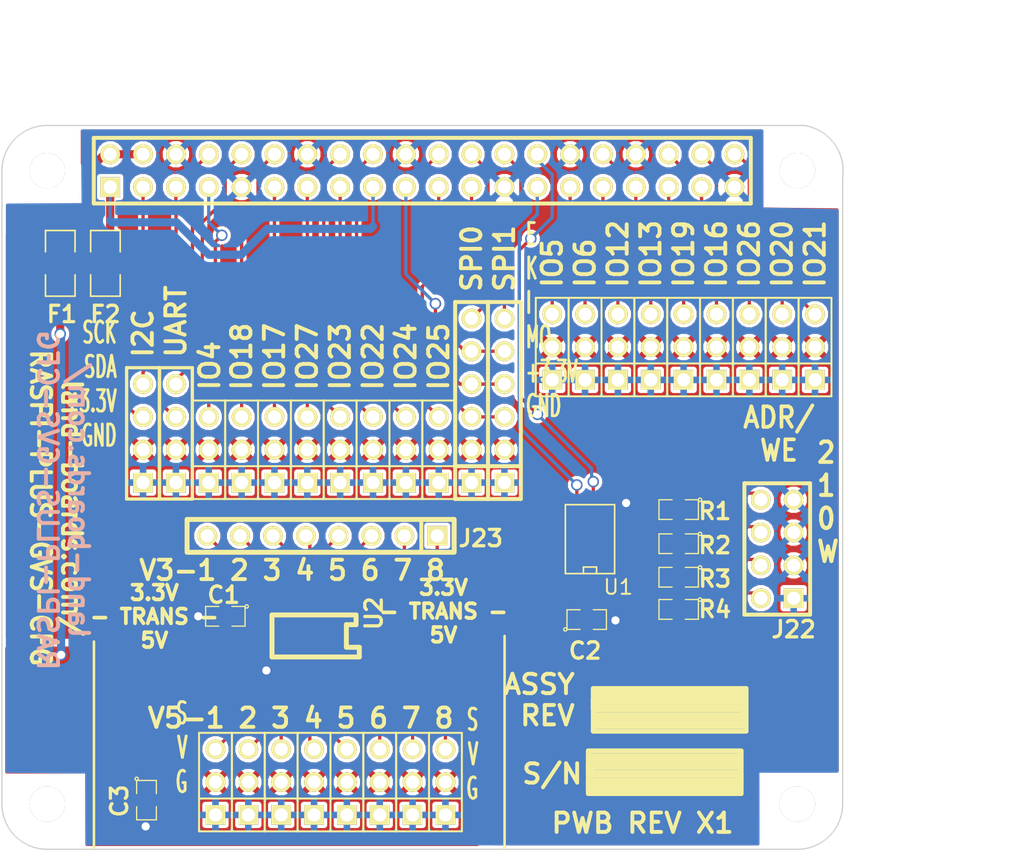
<source format=kicad_pcb>
(kicad_pcb (version 3) (host pcbnew "(2013-04-19 BZR 4011)-stable")
  (title_block (title RasPi-GVS-Plus-CFG) (rev X1) (company land-boards.com))
  (layers (15 F.Cu signal hide) (0 B.Cu signal) (20 B.SilkS user) (21 F.SilkS user) (22 B.Mask user) (23 F.Mask user) (28 Edge.Cuts user))
  (net 0 "")
  (net 1 /+3.3V)
  (net 2 /+5V)
  (net 3 /A0)
  (net 4 /A1)
  (net 5 /A2)
  (net 6 /GND)
  (net 7 /IO_12)
  (net 8 /IO_13)
  (net 9 /IO_16)
  (net 10 /IO_17)
  (net 11 /IO_18)
  (net 12 /IO_19)
  (net 13 /IO_20)
  (net 14 /IO_21)
  (net 15 /IO_22)
  (net 16 /IO_23)
  (net 17 /IO_24)
  (net 18 /IO_25)
  (net 19 /IO_26)
  (net 20 /IO_27)
  (net 21 /IO_4)
  (net 22 /IO_5)
  (net 23 /IO_6)
  (net 24 /RXD0)
  (net 25 /SCL)
  (net 26 /SCLK1)
  (net 27 /SDA)
  (net 28 /SDA1)
  (net 29 /SPICE0)
  (net 30 /SPICE1)
  (net 31 /SPIMISO)
  (net 32 /SPIMOSI)
  (net 33 /SPISCK)
  (net 34 /TXD0)
  (net 35 /WR)
  (net 36 N-000001)
  (net 37 N-0000010)
  (net 38 N-0000011)
  (net 39 N-0000012)
  (net 40 N-0000013)
  (net 41 N-0000014)
  (net 42 N-0000015)
  (net 43 N-0000016)
  (net 44 N-0000017)
  (net 45 N-0000018)
  (net 46 N-0000019)
  (net 47 N-000002)
  (net 48 N-0000020)
  (net 49 N-000003)
  (net 50 N-000004)
  (net 51 N-000007)
  (net 52 N-000008)
  (net 53 N-000009)
  (module PIN_ARRAY_4x1 (layer F.Cu) (at 83.45 68.82 90)
    (fp_text reference J2 hide)
    (fp_text value CONN_4 hide)
    (pad 1 thru_hole rect (at -3.81 0 90) (size 1.524 1.524) (drill 1.016) (layers *.Cu *.Mask F.SilkS) (net 6 /GND))
    (pad 2 thru_hole circle (at -1.27 0 90) (size 1.524 1.524) (drill 1.016) (layers *.Cu *.Mask F.SilkS) (net 1 /+3.3V))
    (pad 3 thru_hole circle (at 1.27 0 90) (size 1.524 1.524) (drill 1.016) (layers *.Cu *.Mask F.SilkS) (net 34 /TXD0))
    (pad 4 thru_hole circle (at 3.81 0 90) (size 1.524 1.524) (drill 1.016) (layers *.Cu *.Mask F.SilkS) (net 24 /RXD0))
  )
  (module PIN_ARRAY_3X1 (layer F.Cu) (at 88.53 70.09 90)
    (fp_text reference J3 hide)
    (fp_text value CONN_3 hide)
    (pad 1 thru_hole rect (at -2.54 0 90) (size 1.524 1.524) (drill 1.016) (layers *.Cu *.Mask F.SilkS) (net 6 /GND))
    (pad 2 thru_hole circle (at 0 0 90) (size 1.524 1.524) (drill 1.016) (layers *.Cu *.Mask F.SilkS) (net 1 /+3.3V))
    (pad 3 thru_hole circle (at 2.54 0 90) (size 1.524 1.524) (drill 1.016) (layers *.Cu *.Mask F.SilkS) (net 11 /IO_18))
  )
  (module PIN_ARRAY_3X1 (layer F.Cu) (at 93.61 70.09 90)
    (fp_text reference J5 hide)
    (fp_text value CONN_3 hide)
    (pad 1 thru_hole rect (at -2.54 0 90) (size 1.524 1.524) (drill 1.016) (layers *.Cu *.Mask F.SilkS) (net 6 /GND))
    (pad 2 thru_hole circle (at 0 0 90) (size 1.524 1.524) (drill 1.016) (layers *.Cu *.Mask F.SilkS) (net 1 /+3.3V))
    (pad 3 thru_hole circle (at 2.54 0 90) (size 1.524 1.524) (drill 1.016) (layers *.Cu *.Mask F.SilkS) (net 20 /IO_27))
  )
  (module PIN_ARRAY_3X1 (layer F.Cu) (at 98.69 70.09 90)
    (fp_text reference J7 hide)
    (fp_text value CONN_3 hide)
    (pad 1 thru_hole rect (at -2.54 0 90) (size 1.524 1.524) (drill 1.016) (layers *.Cu *.Mask F.SilkS) (net 6 /GND))
    (pad 2 thru_hole circle (at 0 0 90) (size 1.524 1.524) (drill 1.016) (layers *.Cu *.Mask F.SilkS) (net 1 /+3.3V))
    (pad 3 thru_hole circle (at 2.54 0 90) (size 1.524 1.524) (drill 1.016) (layers *.Cu *.Mask F.SilkS) (net 15 /IO_22))
  )
  (module PIN_ARRAY_3X1 (layer F.Cu) (at 103.77 70.09 90)
    (fp_text reference J9 hide)
    (fp_text value CONN_3 hide)
    (pad 1 thru_hole rect (at -2.54 0 90) (size 1.524 1.524) (drill 1.016) (layers *.Cu *.Mask F.SilkS) (net 6 /GND))
    (pad 2 thru_hole circle (at 0 0 90) (size 1.524 1.524) (drill 1.016) (layers *.Cu *.Mask F.SilkS) (net 1 /+3.3V))
    (pad 3 thru_hole circle (at 2.54 0 90) (size 1.524 1.524) (drill 1.016) (layers *.Cu *.Mask F.SilkS) (net 18 /IO_25))
  )
  (module PIN_ARRAY_3X1 (layer F.Cu) (at 96.15 70.09 90)
    (fp_text reference J6 hide)
    (fp_text value CONN_3 hide)
    (pad 1 thru_hole rect (at -2.54 0 90) (size 1.524 1.524) (drill 1.016) (layers *.Cu *.Mask F.SilkS) (net 6 /GND))
    (pad 2 thru_hole circle (at 0 0 90) (size 1.524 1.524) (drill 1.016) (layers *.Cu *.Mask F.SilkS) (net 1 /+3.3V))
    (pad 3 thru_hole circle (at 2.54 0 90) (size 1.524 1.524) (drill 1.016) (layers *.Cu *.Mask F.SilkS) (net 16 /IO_23))
  )
  (module PIN_ARRAY_3X1 (layer F.Cu) (at 101.23 70.09 90)
    (fp_text reference J8 hide)
    (fp_text value CONN_3 hide)
    (pad 1 thru_hole rect (at -2.54 0 90) (size 1.524 1.524) (drill 1.016) (layers *.Cu *.Mask F.SilkS) (net 6 /GND))
    (pad 2 thru_hole circle (at 0 0 90) (size 1.524 1.524) (drill 1.016) (layers *.Cu *.Mask F.SilkS) (net 1 /+3.3V))
    (pad 3 thru_hole circle (at 2.54 0 90) (size 1.524 1.524) (drill 1.016) (layers *.Cu *.Mask F.SilkS) (net 17 /IO_24))
  )
  (module PIN_ARRAY-6X1 (layer F.Cu) (at 108.85 66.28 90)
    (fp_text reference J11 hide)
    (fp_text value CONN_6 hide)
    (pad 1 thru_hole rect (at -6.35 0 90) (size 1.524 1.524) (drill 1.016) (layers *.Cu *.Mask F.SilkS) (net 6 /GND))
    (pad 2 thru_hole circle (at -3.81 0 90) (size 1.524 1.524) (drill 1.016) (layers *.Cu *.Mask F.SilkS) (net 1 /+3.3V))
    (pad 3 thru_hole circle (at -1.27 0 90) (size 1.524 1.524) (drill 1.016) (layers *.Cu *.Mask F.SilkS) (net 32 /SPIMOSI))
    (pad 4 thru_hole circle (at 1.27 0 90) (size 1.524 1.524) (drill 1.016) (layers *.Cu *.Mask F.SilkS) (net 31 /SPIMISO))
    (pad 5 thru_hole circle (at 3.81 0 90) (size 1.524 1.524) (drill 1.016) (layers *.Cu *.Mask F.SilkS) (net 33 /SPISCK))
    (pad 6 thru_hole circle (at 6.35 0 90) (size 1.524 1.524) (drill 1.016) (layers *.Cu *.Mask F.SilkS) (net 30 /SPICE1))
  )
  (module PIN_ARRAY_4x1 (layer F.Cu) (at 80.91 68.82 90)
    (fp_text reference J1 hide)
    (fp_text value CONN_4 hide)
    (pad 1 thru_hole rect (at -3.81 0 90) (size 1.524 1.524) (drill 1.016) (layers *.Cu *.Mask F.SilkS) (net 6 /GND))
    (pad 2 thru_hole circle (at -1.27 0 90) (size 1.524 1.524) (drill 1.016) (layers *.Cu *.Mask F.SilkS) (net 1 /+3.3V))
    (pad 3 thru_hole circle (at 1.27 0 90) (size 1.524 1.524) (drill 1.016) (layers *.Cu *.Mask F.SilkS) (net 28 /SDA1))
    (pad 4 thru_hole circle (at 3.81 0 90) (size 1.524 1.524) (drill 1.016) (layers *.Cu *.Mask F.SilkS) (net 26 /SCLK1))
  )
  (module PIN_ARRAY_3X1 (layer F.Cu) (at 91.07 70.09 90)
    (fp_text reference J4 hide)
    (fp_text value CONN_3 hide)
    (pad 1 thru_hole rect (at -2.54 0 90) (size 1.524 1.524) (drill 1.016) (layers *.Cu *.Mask F.SilkS) (net 6 /GND))
    (pad 2 thru_hole circle (at 0 0 90) (size 1.524 1.524) (drill 1.016) (layers *.Cu *.Mask F.SilkS) (net 1 /+3.3V))
    (pad 3 thru_hole circle (at 2.54 0 90) (size 1.524 1.524) (drill 1.016) (layers *.Cu *.Mask F.SilkS) (net 10 /IO_17))
  )
  (module PIN_ARRAY-6X1 (layer F.Cu) (at 106.31 66.28 90)
    (fp_text reference J10 hide)
    (fp_text value CONN_6 hide)
    (pad 1 thru_hole rect (at -6.35 0 90) (size 1.524 1.524) (drill 1.016) (layers *.Cu *.Mask F.SilkS) (net 6 /GND))
    (pad 2 thru_hole circle (at -3.81 0 90) (size 1.524 1.524) (drill 1.016) (layers *.Cu *.Mask F.SilkS) (net 1 /+3.3V))
    (pad 3 thru_hole circle (at -1.27 0 90) (size 1.524 1.524) (drill 1.016) (layers *.Cu *.Mask F.SilkS) (net 32 /SPIMOSI))
    (pad 4 thru_hole circle (at 1.27 0 90) (size 1.524 1.524) (drill 1.016) (layers *.Cu *.Mask F.SilkS) (net 31 /SPIMISO))
    (pad 5 thru_hole circle (at 3.81 0 90) (size 1.524 1.524) (drill 1.016) (layers *.Cu *.Mask F.SilkS) (net 33 /SPISCK))
    (pad 6 thru_hole circle (at 6.35 0 90) (size 1.524 1.524) (drill 1.016) (layers *.Cu *.Mask F.SilkS) (net 29 /SPICE0))
  )
  (module SM1206 (layer F.Cu) (at 78.001 55.668 270)
    (fp_text reference F2 (at 3.937 0 360) (layer F.SilkS) (effects (font (size 1.27 1.27) (thickness 0.254))))
    (fp_text value FUSE hide)
    (pad 1 smd rect (at -1.651 0 270) (size 1.524 2.032) (layers F.Cu F.Mask) (net 36 N-000001))
    (pad 2 smd rect (at 1.651 0 270) (size 1.524 2.032) (layers F.Cu F.Mask) (net 1 /+3.3V))
  )
  (module REV_BLOCK (layer F.Cu) (at 120.8 95.165)
    (fp_text reference COUP?2 hide)
    (fp_text value COUPON hide)
  )
  (module REV_BLOCK (layer F.Cu) (at 122.07 90.085 180)
    (fp_text reference COUP?1 hide)
    (fp_text value COUPON hide)
  )
  (module PIN_ARRAY_3X1 (layer F.Cu) (at 112.545 62.145 90)
    (fp_text reference J12 hide)
    (fp_text value CONN_3 hide)
    (pad 1 thru_hole rect (at -2.54 0 90) (size 1.524 1.524) (drill 1.016) (layers *.Cu *.Mask F.SilkS) (net 6 /GND))
    (pad 2 thru_hole circle (at 0 0 90) (size 1.524 1.524) (drill 1.016) (layers *.Cu *.Mask F.SilkS) (net 1 /+3.3V))
    (pad 3 thru_hole circle (at 2.54 0 90) (size 1.524 1.524) (drill 1.016) (layers *.Cu *.Mask F.SilkS) (net 22 /IO_5))
  )
  (module PIN_ARRAY_3X1 (layer F.Cu) (at 115.085 62.145 90)
    (fp_text reference J13 hide)
    (fp_text value CONN_3 hide)
    (pad 1 thru_hole rect (at -2.54 0 90) (size 1.524 1.524) (drill 1.016) (layers *.Cu *.Mask F.SilkS) (net 6 /GND))
    (pad 2 thru_hole circle (at 0 0 90) (size 1.524 1.524) (drill 1.016) (layers *.Cu *.Mask F.SilkS) (net 1 /+3.3V))
    (pad 3 thru_hole circle (at 2.54 0 90) (size 1.524 1.524) (drill 1.016) (layers *.Cu *.Mask F.SilkS) (net 23 /IO_6))
  )
  (module PIN_ARRAY_3X1 (layer F.Cu) (at 120.165 62.145 90)
    (fp_text reference J14 hide)
    (fp_text value CONN_3 hide)
    (pad 1 thru_hole rect (at -2.54 0 90) (size 1.524 1.524) (drill 1.016) (layers *.Cu *.Mask F.SilkS) (net 6 /GND))
    (pad 2 thru_hole circle (at 0 0 90) (size 1.524 1.524) (drill 1.016) (layers *.Cu *.Mask F.SilkS) (net 1 /+3.3V))
    (pad 3 thru_hole circle (at 2.54 0 90) (size 1.524 1.524) (drill 1.016) (layers *.Cu *.Mask F.SilkS) (net 8 /IO_13))
  )
  (module PIN_ARRAY_3X1 (layer F.Cu) (at 122.705 62.145 90)
    (fp_text reference J15 hide)
    (fp_text value CONN_3 hide)
    (pad 1 thru_hole rect (at -2.54 0 90) (size 1.524 1.524) (drill 1.016) (layers *.Cu *.Mask F.SilkS) (net 6 /GND))
    (pad 2 thru_hole circle (at 0 0 90) (size 1.524 1.524) (drill 1.016) (layers *.Cu *.Mask F.SilkS) (net 1 /+3.3V))
    (pad 3 thru_hole circle (at 2.54 0 90) (size 1.524 1.524) (drill 1.016) (layers *.Cu *.Mask F.SilkS) (net 12 /IO_19))
  )
  (module PIN_ARRAY_3X1 (layer F.Cu) (at 127.785 62.145 90)
    (fp_text reference J16 hide)
    (fp_text value CONN_3 hide)
    (pad 1 thru_hole rect (at -2.54 0 90) (size 1.524 1.524) (drill 1.016) (layers *.Cu *.Mask F.SilkS) (net 6 /GND))
    (pad 2 thru_hole circle (at 0 0 90) (size 1.524 1.524) (drill 1.016) (layers *.Cu *.Mask F.SilkS) (net 1 /+3.3V))
    (pad 3 thru_hole circle (at 2.54 0 90) (size 1.524 1.524) (drill 1.016) (layers *.Cu *.Mask F.SilkS) (net 19 /IO_26))
  )
  (module PIN_ARRAY_3X1 (layer F.Cu) (at 117.625 62.145 90)
    (fp_text reference J18 hide)
    (fp_text value CONN_3 hide)
    (pad 1 thru_hole rect (at -2.54 0 90) (size 1.524 1.524) (drill 1.016) (layers *.Cu *.Mask F.SilkS) (net 6 /GND))
    (pad 2 thru_hole circle (at 0 0 90) (size 1.524 1.524) (drill 1.016) (layers *.Cu *.Mask F.SilkS) (net 1 /+3.3V))
    (pad 3 thru_hole circle (at 2.54 0 90) (size 1.524 1.524) (drill 1.016) (layers *.Cu *.Mask F.SilkS) (net 7 /IO_12))
  )
  (module PIN_ARRAY_3X1 (layer F.Cu) (at 125.245 62.145 90)
    (fp_text reference J19 hide)
    (fp_text value CONN_3 hide)
    (pad 1 thru_hole rect (at -2.54 0 90) (size 1.524 1.524) (drill 1.016) (layers *.Cu *.Mask F.SilkS) (net 6 /GND))
    (pad 2 thru_hole circle (at 0 0 90) (size 1.524 1.524) (drill 1.016) (layers *.Cu *.Mask F.SilkS) (net 1 /+3.3V))
    (pad 3 thru_hole circle (at 2.54 0 90) (size 1.524 1.524) (drill 1.016) (layers *.Cu *.Mask F.SilkS) (net 9 /IO_16))
  )
  (module PIN_ARRAY_3X1 (layer F.Cu) (at 130.325 62.145 90)
    (fp_text reference J20 hide)
    (fp_text value CONN_3 hide)
    (pad 1 thru_hole rect (at -2.54 0 90) (size 1.524 1.524) (drill 1.016) (layers *.Cu *.Mask F.SilkS) (net 6 /GND))
    (pad 2 thru_hole circle (at 0 0 90) (size 1.524 1.524) (drill 1.016) (layers *.Cu *.Mask F.SilkS) (net 1 /+3.3V))
    (pad 3 thru_hole circle (at 2.54 0 90) (size 1.524 1.524) (drill 1.016) (layers *.Cu *.Mask F.SilkS) (net 13 /IO_20))
  )
  (module PIN_ARRAY_3X1 (layer F.Cu) (at 132.865 62.145 90)
    (fp_text reference J17 hide)
    (fp_text value CONN_3 hide)
    (pad 1 thru_hole rect (at -2.54 0 90) (size 1.524 1.524) (drill 1.016) (layers *.Cu *.Mask F.SilkS) (net 6 /GND))
    (pad 2 thru_hole circle (at 0 0 90) (size 1.524 1.524) (drill 1.016) (layers *.Cu *.Mask F.SilkS) (net 1 /+3.3V))
    (pad 3 thru_hole circle (at 2.54 0 90) (size 1.524 1.524) (drill 1.016) (layers *.Cu *.Mask F.SilkS) (net 14 /IO_21))
  )
  (module PIN_ARRAY_20X2 (layer F.Cu) (at 102.5 48.5)
    (fp_text reference J24 hide)
    (fp_text value RASPIOPLUS hide)
    (pad 1 thru_hole rect (at -24.13 1.27) (size 1.524 1.524) (drill 1.016) (layers *.Cu *.Mask F.SilkS) (net 36 N-000001))
    (pad 2 thru_hole circle (at -24.13 -1.27) (size 1.524 1.524) (drill 1.016) (layers *.Cu *.Mask F.SilkS) (net 48 N-0000020))
    (pad 11 thru_hole circle (at -11.43 1.27) (size 1.524 1.524) (drill 1.016) (layers *.Cu *.Mask F.SilkS) (net 10 /IO_17))
    (pad 4 thru_hole circle (at -21.59 -1.27) (size 1.524 1.524) (drill 1.016) (layers *.Cu *.Mask F.SilkS) (net 48 N-0000020))
    (pad 13 thru_hole circle (at -8.89 1.27) (size 1.524 1.524) (drill 1.016) (layers *.Cu *.Mask F.SilkS) (net 20 /IO_27))
    (pad 6 thru_hole circle (at -19.05 -1.27) (size 1.524 1.524) (drill 1.016) (layers *.Cu *.Mask F.SilkS) (net 6 /GND))
    (pad 15 thru_hole circle (at -6.35 1.27) (size 1.524 1.524) (drill 1.016) (layers *.Cu *.Mask F.SilkS) (net 15 /IO_22))
    (pad 8 thru_hole circle (at -16.51 -1.27) (size 1.524 1.524) (drill 1.016) (layers *.Cu *.Mask F.SilkS) (net 34 /TXD0))
    (pad 17 thru_hole circle (at -3.81 1.27) (size 1.524 1.524) (drill 1.016) (layers *.Cu *.Mask F.SilkS) (net 36 N-000001))
    (pad 10 thru_hole circle (at -13.97 -1.27) (size 1.524 1.524) (drill 1.016) (layers *.Cu *.Mask F.SilkS) (net 24 /RXD0))
    (pad 19 thru_hole circle (at -1.27 1.27) (size 1.524 1.524) (drill 1.016) (layers *.Cu *.Mask F.SilkS) (net 32 /SPIMOSI))
    (pad 12 thru_hole circle (at -11.43 -1.27) (size 1.524 1.524) (drill 1.016) (layers *.Cu *.Mask F.SilkS) (net 11 /IO_18))
    (pad 21 thru_hole circle (at 1.27 1.27) (size 1.524 1.524) (drill 1.016) (layers *.Cu *.Mask F.SilkS) (net 31 /SPIMISO))
    (pad 14 thru_hole circle (at -8.89 -1.27) (size 1.524 1.524) (drill 1.016) (layers *.Cu *.Mask F.SilkS) (net 6 /GND))
    (pad 23 thru_hole circle (at 3.81 1.27) (size 1.524 1.524) (drill 1.016) (layers *.Cu *.Mask F.SilkS) (net 33 /SPISCK))
    (pad 16 thru_hole circle (at -6.35 -1.27) (size 1.524 1.524) (drill 1.016) (layers *.Cu *.Mask F.SilkS) (net 16 /IO_23))
    (pad 25 thru_hole circle (at 6.35 1.27) (size 1.524 1.524) (drill 1.016) (layers *.Cu *.Mask F.SilkS) (net 6 /GND))
    (pad 18 thru_hole circle (at -3.81 -1.27) (size 1.524 1.524) (drill 1.016) (layers *.Cu *.Mask F.SilkS) (net 17 /IO_24))
    (pad 27 thru_hole circle (at 8.89 1.27) (size 1.524 1.524) (drill 1.016) (layers *.Cu *.Mask F.SilkS) (net 27 /SDA))
    (pad 20 thru_hole circle (at -1.27 -1.27) (size 1.524 1.524) (drill 1.016) (layers *.Cu *.Mask F.SilkS) (net 6 /GND))
    (pad 29 thru_hole circle (at 11.43 1.27) (size 1.524 1.524) (drill 1.016) (layers *.Cu *.Mask F.SilkS) (net 22 /IO_5))
    (pad 22 thru_hole circle (at 1.27 -1.27) (size 1.524 1.524) (drill 1.016) (layers *.Cu *.Mask F.SilkS) (net 18 /IO_25))
    (pad 31 thru_hole circle (at 13.97 1.27) (size 1.524 1.524) (drill 1.016) (layers *.Cu *.Mask F.SilkS) (net 23 /IO_6))
    (pad 24 thru_hole circle (at 3.81 -1.27) (size 1.524 1.524) (drill 1.016) (layers *.Cu *.Mask F.SilkS) (net 29 /SPICE0))
    (pad 26 thru_hole circle (at 6.35 -1.27) (size 1.524 1.524) (drill 1.016) (layers *.Cu *.Mask F.SilkS) (net 30 /SPICE1))
    (pad 33 thru_hole circle (at 16.51 1.27) (size 1.524 1.524) (drill 1.016) (layers *.Cu *.Mask F.SilkS) (net 8 /IO_13))
    (pad 28 thru_hole circle (at 8.89 -1.27) (size 1.524 1.524) (drill 1.016) (layers *.Cu *.Mask F.SilkS) (net 25 /SCL))
    (pad 32 thru_hole circle (at 13.97 -1.27) (size 1.524 1.524) (drill 1.016) (layers *.Cu *.Mask F.SilkS) (net 7 /IO_12))
    (pad 34 thru_hole circle (at 16.51 -1.27) (size 1.524 1.524) (drill 1.016) (layers *.Cu *.Mask F.SilkS) (net 6 /GND))
    (pad 36 thru_hole circle (at 19.05 -1.27) (size 1.524 1.524) (drill 1.016) (layers *.Cu *.Mask F.SilkS) (net 9 /IO_16))
    (pad 38 thru_hole circle (at 21.59 -1.27) (size 1.524 1.524) (drill 1.016) (layers *.Cu *.Mask F.SilkS) (net 13 /IO_20))
    (pad 35 thru_hole circle (at 19.05 1.27) (size 1.524 1.524) (drill 1.016) (layers *.Cu *.Mask F.SilkS) (net 12 /IO_19))
    (pad 37 thru_hole circle (at 21.59 1.27) (size 1.524 1.524) (drill 1.016) (layers *.Cu *.Mask F.SilkS) (net 19 /IO_26))
    (pad 3 thru_hole circle (at -21.59 1.27) (size 1.524 1.524) (drill 1.016) (layers *.Cu *.Mask F.SilkS) (net 28 /SDA1))
    (pad 5 thru_hole circle (at -19.05 1.27) (size 1.524 1.524) (drill 1.016) (layers *.Cu *.Mask F.SilkS) (net 26 /SCLK1))
    (pad 7 thru_hole circle (at -16.51 1.27) (size 1.524 1.524) (drill 1.016) (layers *.Cu *.Mask F.SilkS) (net 21 /IO_4))
    (pad 9 thru_hole circle (at -13.97 1.27) (size 1.524 1.524) (drill 1.016) (layers *.Cu *.Mask F.SilkS) (net 6 /GND))
    (pad 39 thru_hole circle (at 24.13 1.27) (size 1.524 1.524) (drill 1.016) (layers *.Cu *.Mask F.SilkS) (net 6 /GND))
    (pad 40 thru_hole circle (at 24.13 -1.27) (size 1.524 1.524) (drill 1.016) (layers *.Cu *.Mask F.SilkS) (net 14 /IO_21))
    (pad 30 thru_hole circle (at 11.43 -1.27) (size 1.524 1.524) (drill 1.016) (layers *.Cu *.Mask F.SilkS) (net 6 /GND))
  )
  (module PIN_ARRAY_3X1 (layer F.Cu) (at 85.99 70.09 90)
    (fp_text reference J21 hide)
    (fp_text value CONN_3 hide)
    (pad 1 thru_hole rect (at -2.54 0 90) (size 1.524 1.524) (drill 1.016) (layers *.Cu *.Mask F.SilkS) (net 6 /GND))
    (pad 2 thru_hole circle (at 0 0 90) (size 1.524 1.524) (drill 1.016) (layers *.Cu *.Mask F.SilkS) (net 1 /+3.3V))
    (pad 3 thru_hole circle (at 2.54 0 90) (size 1.524 1.524) (drill 1.016) (layers *.Cu *.Mask F.SilkS) (net 21 /IO_4))
  )
  (module PIN_ARRAY-8X1 (layer F.Cu) (at 94.765 76.75 180)
    (fp_text reference J23 (at -12.2555 -0.1905 180) (layer F.SilkS) (effects (font (size 1.27 1.27) (thickness 0.254))))
    (fp_text value CONN_8 hide)
    (pad 6 thru_hole circle (at 3.81 0 180) (size 1.524 1.524) (drill 1.016) (layers *.Cu *.Mask F.SilkS) (net 45 N-0000018))
    (pad 5 thru_hole circle (at 1.27 0 180) (size 1.524 1.524) (drill 1.016) (layers *.Cu *.Mask F.SilkS) (net 44 N-0000017))
    (pad 1 thru_hole rect (at -8.89 0 180) (size 1.524 1.524) (drill 1.016) (layers *.Cu *.Mask F.SilkS) (net 40 N-0000013))
    (pad 2 thru_hole circle (at -6.35 0 180) (size 1.524 1.524) (drill 1.016) (layers *.Cu *.Mask F.SilkS) (net 41 N-0000014))
    (pad 3 thru_hole circle (at -3.81 0 180) (size 1.524 1.524) (drill 1.016) (layers *.Cu *.Mask F.SilkS) (net 42 N-0000015))
    (pad 4 thru_hole circle (at -1.27 0 180) (size 1.524 1.524) (drill 1.016) (layers *.Cu *.Mask F.SilkS) (net 43 N-0000016))
    (pad 7 thru_hole circle (at 6.35 0 180) (size 1.524 1.524) (drill 1.016) (layers *.Cu *.Mask F.SilkS) (net 39 N-0000012))
    (pad 8 thru_hole circle (at 8.89 0 180) (size 1.524 1.524) (drill 1.016) (layers *.Cu *.Mask F.SilkS) (net 46 N-0000019))
  )
  (module SM0805 (layer F.Cu) (at 122.324 74.718 180)
    (fp_text reference R1 (at -2.794 -0.127 180) (layer F.SilkS) (effects (font (size 1.27 1.27) (thickness 0.254))))
    (fp_text value 5.6K hide)
    (pad 1 smd rect (at -0.9525 0 180) (size 0.889 1.397) (layers F.Cu F.Mask) (net 1 /+3.3V))
    (pad 2 smd rect (at 0.9525 0 180) (size 0.889 1.397) (layers F.Cu F.Mask) (net 5 /A2))
  )
  (module SM0805 (layer F.Cu) (at 122.324 77.3596 180)
    (fp_text reference R2 (at -2.794 -0.127 180) (layer F.SilkS) (effects (font (size 1.27 1.27) (thickness 0.254))))
    (fp_text value 5.6K hide)
    (pad 1 smd rect (at -0.9525 0 180) (size 0.889 1.397) (layers F.Cu F.Mask) (net 1 /+3.3V))
    (pad 2 smd rect (at 0.9525 0 180) (size 0.889 1.397) (layers F.Cu F.Mask) (net 4 /A1))
  )
  (module SM0805 (layer F.Cu) (at 122.324 79.9504 180)
    (fp_text reference R3 (at -2.794 -0.127 180) (layer F.SilkS) (effects (font (size 1.27 1.27) (thickness 0.254))))
    (fp_text value 5.6K hide)
    (pad 1 smd rect (at -0.9525 0 180) (size 0.889 1.397) (layers F.Cu F.Mask) (net 1 /+3.3V))
    (pad 2 smd rect (at 0.9525 0 180) (size 0.889 1.397) (layers F.Cu F.Mask) (net 3 /A0))
  )
  (module SM0805 (layer F.Cu) (at 122.324 82.4396 180)
    (fp_text reference R4 (at -2.794 0 180) (layer F.SilkS) (effects (font (size 1.27 1.27) (thickness 0.254))))
    (fp_text value 5.6K hide)
    (pad 1 smd rect (at -0.9525 0 180) (size 0.889 1.397) (layers F.Cu F.Mask) (net 1 /+3.3V))
    (pad 2 smd rect (at 0.9525 0 180) (size 0.889 1.397) (layers F.Cu F.Mask) (net 35 /WR))
  )
  (module pin_array_4x2 (layer F.Cu) (at 129.944 77.766 90)
    (fp_text reference J22 (at -6.223 1.27 180) (layer F.SilkS) (effects (font (size 1.27 1.27) (thickness 0.254))))
    (fp_text value CONN_4X2 hide)
    (pad 1 thru_hole rect (at -3.81 1.27 90) (size 1.524 1.524) (drill 1.016) (layers *.Cu *.Mask F.SilkS) (net 6 /GND))
    (pad 2 thru_hole circle (at -3.81 -1.27 90) (size 1.524 1.524) (drill 1.016) (layers *.Cu *.Mask F.SilkS) (net 35 /WR))
    (pad 3 thru_hole circle (at -1.27 1.27 90) (size 1.524 1.524) (drill 1.016) (layers *.Cu *.Mask F.SilkS) (net 6 /GND))
    (pad 4 thru_hole circle (at -1.27 -1.27 90) (size 1.524 1.524) (drill 1.016) (layers *.Cu *.Mask F.SilkS) (net 3 /A0))
    (pad 5 thru_hole circle (at 1.27 1.27 90) (size 1.524 1.524) (drill 1.016) (layers *.Cu *.Mask F.SilkS) (net 6 /GND))
    (pad 6 thru_hole circle (at 1.27 -1.27 90) (size 1.524 1.524) (drill 1.016) (layers *.Cu *.Mask F.SilkS) (net 4 /A1))
    (pad 7 thru_hole circle (at 3.81 1.27 90) (size 1.524 1.524) (drill 1.016) (layers *.Cu *.Mask F.SilkS) (net 6 /GND))
    (pad 8 thru_hole circle (at 3.81 -1.27 90) (size 1.524 1.524) (drill 1.016) (layers *.Cu *.Mask F.SilkS) (net 5 /A2))
  )
  (module MTG-2.75MM (layer F.Cu) (at 131.5 97.5)
    (fp_text reference MTG4 hide)
    (fp_text value CONN_1 hide)
    (pad 1 thru_hole circle (at 0 0) (size 2.75 2.75) (drill 2.75) (layers *.Cu *.Mask F.SilkS))
  )
  (module MTG-2.75MM (layer F.Cu) (at 73.5 97.5)
    (fp_text reference MTG3 hide)
    (fp_text value CONN_1 hide)
    (pad 1 thru_hole circle (at 0 0) (size 2.75 2.75) (drill 2.75) (layers *.Cu *.Mask F.SilkS))
  )
  (module MTG-2.75MM (layer F.Cu) (at 131.5 48.5)
    (fp_text reference MTG2 hide)
    (fp_text value CONN_1 hide)
    (pad 1 thru_hole circle (at 0 0) (size 2.75 2.75) (drill 2.75) (layers *.Cu *.Mask F.SilkS))
  )
  (module MTG-2.75MM (layer F.Cu) (at 73.5 48.5)
    (fp_text reference MTG1 hide)
    (fp_text value CONN_1 hide)
    (pad 1 thru_hole circle (at 0 0) (size 2.75 2.75) (drill 2.75) (layers *.Cu *.Mask F.SilkS))
  )
  (module PIN_ARRAY_3X1 (layer F.Cu) (at 104.29 95.8 90)
    (fp_text reference J25 hide)
    (fp_text value CONN_3 hide)
    (pad 1 thru_hole rect (at -2.54 0 90) (size 1.524 1.524) (drill 1.016) (layers *.Cu *.Mask F.SilkS) (net 6 /GND))
    (pad 2 thru_hole circle (at 0 0 90) (size 1.524 1.524) (drill 1.016) (layers *.Cu *.Mask F.SilkS) (net 2 /+5V))
    (pad 3 thru_hole circle (at 2.54 0 90) (size 1.524 1.524) (drill 1.016) (layers *.Cu *.Mask F.SilkS) (net 38 N-0000011))
  )
  (module PIN_ARRAY_3X1 (layer F.Cu) (at 101.75 95.8 90)
    (fp_text reference J26 hide)
    (fp_text value CONN_3 hide)
    (pad 1 thru_hole rect (at -2.54 0 90) (size 1.524 1.524) (drill 1.016) (layers *.Cu *.Mask F.SilkS) (net 6 /GND))
    (pad 2 thru_hole circle (at 0 0 90) (size 1.524 1.524) (drill 1.016) (layers *.Cu *.Mask F.SilkS) (net 2 /+5V))
    (pad 3 thru_hole circle (at 2.54 0 90) (size 1.524 1.524) (drill 1.016) (layers *.Cu *.Mask F.SilkS) (net 37 N-0000010))
  )
  (module PIN_ARRAY_3X1 (layer F.Cu) (at 99.21 95.8 90)
    (fp_text reference J27 hide)
    (fp_text value CONN_3 hide)
    (pad 1 thru_hole rect (at -2.54 0 90) (size 1.524 1.524) (drill 1.016) (layers *.Cu *.Mask F.SilkS) (net 6 /GND))
    (pad 2 thru_hole circle (at 0 0 90) (size 1.524 1.524) (drill 1.016) (layers *.Cu *.Mask F.SilkS) (net 2 /+5V))
    (pad 3 thru_hole circle (at 2.54 0 90) (size 1.524 1.524) (drill 1.016) (layers *.Cu *.Mask F.SilkS) (net 53 N-000009))
  )
  (module PIN_ARRAY_3X1 (layer F.Cu) (at 96.67 95.8 90)
    (fp_text reference J28 hide)
    (fp_text value CONN_3 hide)
    (pad 1 thru_hole rect (at -2.54 0 90) (size 1.524 1.524) (drill 1.016) (layers *.Cu *.Mask F.SilkS) (net 6 /GND))
    (pad 2 thru_hole circle (at 0 0 90) (size 1.524 1.524) (drill 1.016) (layers *.Cu *.Mask F.SilkS) (net 2 /+5V))
    (pad 3 thru_hole circle (at 2.54 0 90) (size 1.524 1.524) (drill 1.016) (layers *.Cu *.Mask F.SilkS) (net 52 N-000008))
  )
  (module PIN_ARRAY_3X1 (layer F.Cu) (at 94.13 95.8 90)
    (fp_text reference J29 hide)
    (fp_text value CONN_3 hide)
    (pad 1 thru_hole rect (at -2.54 0 90) (size 1.524 1.524) (drill 1.016) (layers *.Cu *.Mask F.SilkS) (net 6 /GND))
    (pad 2 thru_hole circle (at 0 0 90) (size 1.524 1.524) (drill 1.016) (layers *.Cu *.Mask F.SilkS) (net 2 /+5V))
    (pad 3 thru_hole circle (at 2.54 0 90) (size 1.524 1.524) (drill 1.016) (layers *.Cu *.Mask F.SilkS) (net 51 N-000007))
  )
  (module PIN_ARRAY_3X1 (layer F.Cu) (at 91.59 95.8 90)
    (fp_text reference J30 hide)
    (fp_text value CONN_3 hide)
    (pad 1 thru_hole rect (at -2.54 0 90) (size 1.524 1.524) (drill 1.016) (layers *.Cu *.Mask F.SilkS) (net 6 /GND))
    (pad 2 thru_hole circle (at 0 0 90) (size 1.524 1.524) (drill 1.016) (layers *.Cu *.Mask F.SilkS) (net 2 /+5V))
    (pad 3 thru_hole circle (at 2.54 0 90) (size 1.524 1.524) (drill 1.016) (layers *.Cu *.Mask F.SilkS) (net 50 N-000004))
  )
  (module PIN_ARRAY_3X1 (layer F.Cu) (at 89.05 95.8 90)
    (fp_text reference J31 hide)
    (fp_text value CONN_3 hide)
    (pad 1 thru_hole rect (at -2.54 0 90) (size 1.524 1.524) (drill 1.016) (layers *.Cu *.Mask F.SilkS) (net 6 /GND))
    (pad 2 thru_hole circle (at 0 0 90) (size 1.524 1.524) (drill 1.016) (layers *.Cu *.Mask F.SilkS) (net 2 /+5V))
    (pad 3 thru_hole circle (at 2.54 0 90) (size 1.524 1.524) (drill 1.016) (layers *.Cu *.Mask F.SilkS) (net 49 N-000003))
  )
  (module PIN_ARRAY_3X1 (layer F.Cu) (at 86.51 95.8 90)
    (fp_text reference J32 hide)
    (fp_text value CONN_3 hide)
    (pad 1 thru_hole rect (at -2.54 0 90) (size 1.524 1.524) (drill 1.016) (layers *.Cu *.Mask F.SilkS) (net 6 /GND))
    (pad 2 thru_hole circle (at 0 0 90) (size 1.524 1.524) (drill 1.016) (layers *.Cu *.Mask F.SilkS) (net 2 /+5V))
    (pad 3 thru_hole circle (at 2.54 0 90) (size 1.524 1.524) (drill 1.016) (layers *.Cu *.Mask F.SilkS) (net 47 N-000002))
  )
  (module SOG20 (layer F.Cu) (at 94.13 84.37 180)
    (fp_text reference U2 (at -4.6228 1.6256 270) (layer F.SilkS) (effects (font (size 1.27 1.27) (thickness 0.254))))
    (fp_text value TXB0108 hide)
    (pad 11 smd rect (at 2.95 -2.8 180) (size 0.25 1.55) (layers F.Cu F.Mask) (net 6 /GND))
    (pad 12 smd rect (at 2.275 -2.8 180) (size 0.25 1.55) (layers F.Cu F.Mask) (net 47 N-000002))
    (pad 13 smd rect (at 1.625 -2.8 180) (size 0.25 1.55) (layers F.Cu F.Mask) (net 49 N-000003))
    (pad 14 smd rect (at 0.975 -2.8 180) (size 0.25 1.55) (layers F.Cu F.Mask) (net 50 N-000004))
    (pad 15 smd rect (at 0.325 -2.8 180) (size 0.25 1.55) (layers F.Cu F.Mask) (net 51 N-000007))
    (pad 16 smd rect (at -0.325 -2.8 180) (size 0.25 1.55) (layers F.Cu F.Mask) (net 52 N-000008))
    (pad 17 smd rect (at -0.975 -2.8 180) (size 0.25 1.55) (layers F.Cu F.Mask) (net 53 N-000009))
    (pad 18 smd rect (at -1.625 -2.8 180) (size 0.25 1.55) (layers F.Cu F.Mask) (net 37 N-0000010))
    (pad 19 smd rect (at -2.275 -2.8 180) (size 0.25 1.55) (layers F.Cu F.Mask) (net 2 /+5V))
    (pad 20 smd rect (at -2.925 -2.8 180) (size 0.25 1.55) (layers F.Cu F.Mask) (net 38 N-0000011))
    (pad 1 smd rect (at -2.925 2.8 180) (size 0.25 1.55) (layers F.Cu F.Mask) (net 40 N-0000013))
    (pad 2 smd rect (at -2.275 2.8 180) (size 0.25 1.55) (layers F.Cu F.Mask) (net 1 /+3.3V))
    (pad 3 smd rect (at -1.625 2.8 180) (size 0.25 1.55) (layers F.Cu F.Mask) (net 41 N-0000014))
    (pad 4 smd rect (at -0.975 2.8 180) (size 0.25 1.55) (layers F.Cu F.Mask) (net 42 N-0000015))
    (pad 5 smd rect (at -0.325 2.8 180) (size 0.25 1.55) (layers F.Cu F.Mask) (net 43 N-0000016))
    (pad 6 smd rect (at 0.325 2.8 180) (size 0.25 1.55) (layers F.Cu F.Mask) (net 44 N-0000017))
    (pad 7 smd rect (at 0.975 2.8 180) (size 0.25 1.55) (layers F.Cu F.Mask) (net 45 N-0000018))
    (pad 8 smd rect (at 1.625 2.8 180) (size 0.25 1.55) (layers F.Cu F.Mask) (net 39 N-0000012))
    (pad 9 smd rect (at 2.275 2.8 180) (size 0.25 1.55) (layers F.Cu F.Mask) (net 46 N-0000019))
    (pad 10 smd rect (at 2.925 2.8 180) (size 0.25 1.55) (layers F.Cu F.Mask) (net 1 /+3.3V))
  )
  (module SM1206 (layer F.Cu) (at 74.5085 55.668 270)
    (fp_text reference F1 (at 3.937 -0.127 360) (layer F.SilkS) (effects (font (size 1.27 1.27) (thickness 0.254))))
    (fp_text value FUSE hide)
    (pad 1 smd rect (at -1.651 0 270) (size 1.524 2.032) (layers F.Cu F.Mask) (net 48 N-0000020))
    (pad 2 smd rect (at 1.651 0 270) (size 1.524 2.032) (layers F.Cu F.Mask) (net 2 /+5V))
  )
  (module SM0805 (layer F.Cu) (at 87.272 82.973 180)
    (fp_text reference C1 (at 0.127 1.651 180) (layer F.SilkS) (effects (font (size 1.27 1.27) (thickness 0.254))))
    (fp_text value 0.1uF hide)
    (pad 1 smd rect (at -0.9525 0 180) (size 0.889 1.397) (layers F.Cu F.Mask) (net 1 /+3.3V))
    (pad 2 smd rect (at 0.9525 0 180) (size 0.889 1.397) (layers F.Cu F.Mask) (net 6 /GND))
  )
  (module SM0805 (layer F.Cu) (at 81.176 97.197 270)
    (fp_text reference C3 (at 0.0635 2.0955 270) (layer F.SilkS) (effects (font (size 1.27 1.27) (thickness 0.254))))
    (fp_text value 0.1uF hide)
    (pad 1 smd rect (at -0.9525 0 270) (size 0.889 1.397) (layers F.Cu F.Mask) (net 2 /+5V))
    (pad 2 smd rect (at 0.9525 0 270) (size 0.889 1.397) (layers F.Cu F.Mask) (net 6 /GND))
  )
  (module SM0805 (layer F.Cu) (at 115.212 83.227)
    (fp_text reference C2 (at -0.127 2.413) (layer F.SilkS) (effects (font (size 1.27 1.27) (thickness 0.254))))
    (fp_text value 0.1uF hide)
    (pad 1 smd rect (at -0.9525 0) (size 0.889 1.397) (layers F.Cu F.Mask) (net 1 /+3.3V))
    (pad 2 smd rect (at 0.9525 0) (size 0.889 1.397) (layers F.Cu F.Mask) (net 6 /GND))
  )
  (module SO8E-wider (layer F.Cu) (at 115.466 77.004 90)
    (fp_text reference U1 (at -3.7084 2.1844 180) (layer F.SilkS) (effects (font (size 1.143 1.143) (thickness 0.1524))))
    (fp_text value 24C512 hide)
    (pad 8 smd rect (at -1.905 -2.794 90) (size 0.59944 1.651) (layers F.Cu F.Mask) (net 1 /+3.3V))
    (pad 1 smd rect (at -1.905 2.794 90) (size 0.59944 1.651) (layers F.Cu F.Mask) (net 3 /A0))
    (pad 7 smd rect (at -0.635 -2.794 90) (size 0.59944 1.651) (layers F.Cu F.Mask) (net 35 /WR))
    (pad 6 smd rect (at 0.635 -2.794 90) (size 0.59944 1.651) (layers F.Cu F.Mask) (net 25 /SCL))
    (pad 5 smd rect (at 1.905 -2.794 90) (size 0.59944 1.651) (layers F.Cu F.Mask) (net 27 /SDA))
    (pad 2 smd rect (at -0.635 2.794 90) (size 0.59944 1.651) (layers F.Cu F.Mask) (net 4 /A1))
    (pad 3 smd rect (at 0.635 2.794 90) (size 0.59944 1.651) (layers F.Cu F.Mask) (net 5 /A2))
    (pad 4 smd rect (at 1.905 2.794 90) (size 0.59944 1.651) (layers F.Cu F.Mask) (net 6 /GND))
  )
  (module FIDUCIAL (layer F.Cu) (at 131.976 91.99)
    (fp_text reference FID1 hide)
    (fp_text value CONN_1 hide)
    (pad 1 smd circle (at 0 0) (size 1 1) (layers F.Cu F.Mask) (clearance 1))
  )
  (module FIDUCIAL (layer F.Cu) (at 71.905 52.747)
    (fp_text reference FID2 hide)
    (fp_text value CONN_1 hide)
    (pad 1 smd circle (at 0 0) (size 1 1) (layers F.Cu F.Mask) (clearance 1))
  )
  (gr_text "ADR/\nWE" (at 130.071 68.876) (layer F.SilkS) (effects (font (size 1.5875 1.397) (thickness 0.28575))))
  (gr_text "V5-1 2 3 4 5 6 7 8 " (at 106.195 90.847) (layer F.SilkS) (effects (font (size 1.5 1.4732) (thickness 0.3)) (justify right)))
  (gr_line (start 77.112 84.9288) (end 77.112 100.9308) (angle 90) (layer F.SilkS) (width 0.2))
  (gr_text "3.3V\n- TRANS -\n5V" (at 104.1376 82.592) (layer F.SilkS) (effects (font (size 1.143 1.143) (thickness 0.28575))))
  (gr_text "3.3V\n- TRANS -\n5V" (at 81.7856 82.9984) (layer F.SilkS) (effects (font (size 1.143 1.143) (thickness 0.28575))))
  (gr_text "V3-1 2 3 4 5 6 7 8" (at 104.417 79.417) (layer F.SilkS) (effects (font (size 1.5 1.4732) (thickness 0.3)) (justify right)))
  (gr_line (start 108.862 100.88) (end 108.862 84.497) (angle 90) (layer F.SilkS) (width 0.2))
  (gr_text "S\nV\nG" (at 106.957 93.641) (layer F.SilkS) (effects (font (size 1.651 0.889) (thickness 0.22225)) (justify right)))
  (gr_text "S\nV\nG" (at 84.478 93.133) (layer F.SilkS) (effects (font (size 1.651 0.889) (thickness 0.22225)) (justify right)))
  (gr_text "2\n1\n0\nW" (at 132.865 74.1465) (layer F.SilkS) (effects (font (size 1.5875 1.397) (thickness 0.3048)) (justify left)))
  (gr_text IO20 (at 130.325 57.7 90) (layer F.SilkS) (effects (font (size 1.5 1.5) (thickness 0.3)) (justify left)))
  (gr_text IO16 (at 125.245 57.7 90) (layer F.SilkS) (effects (font (size 1.5 1.5) (thickness 0.3)) (justify left)))
  (gr_text IO12 (at 117.625 57.7 90) (layer F.SilkS) (effects (font (size 1.5 1.5) (thickness 0.3)) (justify left)))
  (gr_text IO21 (at 132.865 57.7 90) (layer F.SilkS) (effects (font (size 1.5 1.5) (thickness 0.3)) (justify left)))
  (gr_text IO26 (at 127.785 57.7 90) (layer F.SilkS) (effects (font (size 1.5 1.5) (thickness 0.3)) (justify left)))
  (gr_text IO19 (at 122.705 57.7 90) (layer F.SilkS) (effects (font (size 1.5 1.5) (thickness 0.3)) (justify left)))
  (gr_text IO13 (at 120.165 57.7 90) (layer F.SilkS) (effects (font (size 1.5 1.5) (thickness 0.3)) (justify left)))
  (gr_text IO6 (at 115.085 57.7 90) (layer F.SilkS) (effects (font (size 1.5 1.5) (thickness 0.3)) (justify left)))
  (gr_text IO5 (at 112.545 57.7 90) (layer F.SilkS) (effects (font (size 1.5 1.5) (thickness 0.3)) (justify left)))
  (gr_text IO24 (at 101.23 65.645 90) (layer F.SilkS) (effects (font (size 1.5 1.5) (thickness 0.3)) (justify left)))
  (gr_text IO4 (at 86.0655 65.6375 90) (layer F.SilkS) (effects (font (size 1.5 1.5) (thickness 0.3)) (justify left)))
  (gr_text "land-boards.com/\nRASPI-PLUS-GVS-CFG" (at 74.7244 74.0068 270) (layer B.SilkS) (effects (font (size 1.5 1.5) (thickness 0.3)) (justify mirror)))
  (gr_line (start 131.5 101) (end 73.5 101) (angle 90) (layer Edge.Cuts) (width 0.1))
  (gr_line (start 135 49) (end 135 97.5) (angle 90) (layer Edge.Cuts) (width 0.1))
  (gr_line (start 73.5 45) (end 132 45) (angle 90) (layer Edge.Cuts) (width 0.1))
  (gr_line (start 70 97.5) (end 70 48.5) (angle 90) (layer Edge.Cuts) (width 0.1))
  (gr_arc (start 131.5 48.5) (end 132 45) (angle 90) (layer Edge.Cuts) (width 0.1))
  (gr_arc (start 131.5 97.5) (end 135 97.5) (angle 90) (layer Edge.Cuts) (width 0.1))
  (gr_arc (start 73.5 97.5) (end 73.5 101) (angle 90) (layer Edge.Cuts) (width 0.1))
  (gr_arc (start 73.5 48.5) (end 70 48.5) (angle 90) (layer Edge.Cuts) (width 0.1))
  (gr_text "PWB REV X1" (at 119.53 98.975) (layer F.SilkS) (effects (font (size 1.5 1.5) (thickness 0.3))))
  (gr_text "ASSY\nREV" (at 114.45 89.45) (layer F.SilkS) (effects (font (size 1.5 1.5) (thickness 0.3)) (justify right)))
  (gr_text S/N (at 112.545 95.165) (layer F.SilkS) (effects (font (size 1.5 1.5) (thickness 0.3))))
  (gr_text "SCK\nSDA\n+3.3V\nGND" (at 79.005 65.01) (layer F.SilkS) (effects (font (size 1.651 0.889) (thickness 0.22225)) (justify right)))
  (gr_text "E\nK\nI\nMO\n+3.3V\nGND" (at 110.374 60.057) (layer F.SilkS) (effects (font (size 1.651 0.889) (thickness 0.22225)) (justify left)))
  (gr_text "land-boards.com/\nRASPI-PLUS-GVS-CFG" (at 74.191 74.591 270) (layer F.SilkS) (effects (font (size 1.5 1.397) (thickness 0.3))))
  (gr_text SPI1 (at 108.85 58.025 90) (layer F.SilkS) (effects (font (size 1.5 1.5) (thickness 0.3)) (justify left)))
  (gr_text SPI0 (at 106.31 58.025 90) (layer F.SilkS) (effects (font (size 1.5 1.5) (thickness 0.3)) (justify left)))
  (gr_text IO25 (at 103.77 65.645 90) (layer F.SilkS) (effects (font (size 1.5 1.5) (thickness 0.3)) (justify left)))
  (gr_text IO22 (at 98.69 65.645 90) (layer F.SilkS) (effects (font (size 1.5 1.5) (thickness 0.3)) (justify left)))
  (gr_text IO23 (at 96.15 65.645 90) (layer F.SilkS) (effects (font (size 1.5 1.5) (thickness 0.3)) (justify left)))
  (gr_text IO27 (at 93.61 65.645 90) (layer F.SilkS) (effects (font (size 1.5 1.5) (thickness 0.3)) (justify left)))
  (gr_text IO17 (at 91.07 65.645 90) (layer F.SilkS) (effects (font (size 1.5 1.5) (thickness 0.3)) (justify left)))
  (gr_text IO18 (at 88.53 65.645 90) (layer F.SilkS) (effects (font (size 1.5 1.5) (thickness 0.3)) (justify left)))
  (gr_text UART (at 83.45 63.105 90) (layer F.SilkS) (effects (font (size 1.5 1.5) (thickness 0.3)) (justify left)))
  (gr_text I2C (at 80.91 63.105 90) (layer F.SilkS) (effects (font (size 1.5 1.5) (thickness 0.3)) (justify left)))
  (segment (start 74.5085 57.319) (end 74.5085 61.129) (width 0.635) (layer F.Cu) (net 2))
  (via (at 74.572 85.9575) (size 0.889) (layers F.Cu B.Cu) (net 2))
  (segment (start 74.572 61.1925) (end 74.572 85.9575) (width 0.635) (layer B.Cu) (net 2))
  (segment (start 74.5085 61.129) (end 74.572 61.1925) (width 0.635) (layer B.Cu) (net 2))
  (via (at 74.5085 61.129) (size 0.889) (layers F.Cu B.Cu) (net 2))
  (segment (start 121.3715 79.9504) (end 121.3715 78.8709) (width 0.254) (layer F.Cu) (net 3))
  (segment (start 128.2168 78.5788) (end 128.674 79.036) (width 0.254) (layer F.Cu) (net 3))
  (segment (start 121.6636 78.5788) (end 128.2168 78.5788) (width 0.254) (layer F.Cu) (net 3))
  (segment (start 121.3715 78.8709) (end 121.6636 78.5788) (width 0.254) (layer F.Cu) (net 3))
  (segment (start 118.26 78.909) (end 119.4538 78.909) (width 0.254) (layer F.Cu) (net 3))
  (segment (start 120.4952 79.9504) (end 121.3715 79.9504) (width 0.254) (layer F.Cu) (net 3))
  (segment (start 119.4538 78.909) (end 120.4952 79.9504) (width 0.254) (layer F.Cu) (net 3))
  (segment (start 121.3715 77.3596) (end 121.3715 76.7881) (width 0.254) (layer F.Cu) (net 4))
  (segment (start 128.2168 76.0388) (end 128.674 76.496) (width 0.254) (layer F.Cu) (net 4))
  (segment (start 122.1208 76.0388) (end 128.2168 76.0388) (width 0.254) (layer F.Cu) (net 4))
  (segment (start 121.3715 76.7881) (end 122.1208 76.0388) (width 0.254) (layer F.Cu) (net 4))
  (segment (start 118.26 77.639) (end 119.7078 77.639) (width 0.254) (layer F.Cu) (net 4))
  (segment (start 119.9872 77.3596) (end 121.3715 77.3596) (width 0.254) (layer F.Cu) (net 4))
  (segment (start 119.7078 77.639) (end 119.9872 77.3596) (width 0.254) (layer F.Cu) (net 4))
  (segment (start 121.3715 74.718) (end 121.3715 73.9433) (width 0.254) (layer F.Cu) (net 5))
  (segment (start 128.166 73.448) (end 128.674 73.956) (width 0.254) (layer F.Cu) (net 5))
  (segment (start 121.8668 73.448) (end 128.166 73.448) (width 0.254) (layer F.Cu) (net 5))
  (segment (start 121.3715 73.9433) (end 121.8668 73.448) (width 0.254) (layer F.Cu) (net 5))
  (segment (start 118.133 76.369) (end 119.7205 76.369) (width 0.254) (layer F.Cu) (net 5))
  (segment (start 119.7205 76.369) (end 121.3715 74.718) (width 0.254) (layer F.Cu) (net 5))
  (segment (start 116.1645 83.227) (end 117.371 83.227) (width 0.254) (layer F.Cu) (net 6))
  (via (at 117.4345 83.2905) (size 0.889) (layers F.Cu B.Cu) (net 6))
  (segment (start 117.371 83.227) (end 117.4345 83.2905) (width 0.254) (layer F.Cu) (net 6))
  (segment (start 81.176 98.1495) (end 81.176 99.1655) (width 0.254) (layer F.Cu) (net 6))
  (via (at 81.1125 99.229) (size 0.889) (layers F.Cu B.Cu) (net 6))
  (segment (start 81.176 99.1655) (end 81.1125 99.229) (width 0.254) (layer F.Cu) (net 6))
  (segment (start 86.3195 82.973) (end 85.1765 82.973) (width 0.254) (layer F.Cu) (net 6))
  (via (at 85.1765 82.973) (size 0.889) (layers F.Cu B.Cu) (net 6))
  (segment (start 91.18 87.17) (end 90.453 87.17) (width 0.254) (layer F.Cu) (net 6))
  (via (at 90.447 87.164) (size 0.889) (layers F.Cu B.Cu) (net 6))
  (segment (start 90.453 87.17) (end 90.447 87.164) (width 0.254) (layer F.Cu) (net 6))
  (segment (start 118.133 75.099) (end 118.133 74.337) (width 0.254) (layer F.Cu) (net 6))
  (via (at 118.26 74.21) (size 0.889) (layers F.Cu B.Cu) (net 6))
  (segment (start 118.133 74.337) (end 118.26 74.21) (width 0.254) (layer F.Cu) (net 6))
  (segment (start 117.625 59.605) (end 117.625 48.385) (width 0.254) (layer F.Cu) (net 7))
  (segment (start 117.625 48.385) (end 116.47 47.23) (width 0.254) (layer F.Cu) (net 7))
  (segment (start 120.165 59.605) (end 120.165 58.335) (width 0.254) (layer F.Cu) (net 8))
  (segment (start 119.01 57.18) (end 119.01 49.77) (width 0.254) (layer F.Cu) (net 8))
  (segment (start 120.165 58.335) (end 119.01 57.18) (width 0.254) (layer F.Cu) (net 8))
  (segment (start 125.245 59.605) (end 125.245 57.065) (width 0.254) (layer F.Cu) (net 9))
  (segment (start 122.705 54.525) (end 122.705 48.385) (width 0.254) (layer F.Cu) (net 9))
  (segment (start 125.245 57.065) (end 122.705 54.525) (width 0.254) (layer F.Cu) (net 9))
  (segment (start 122.705 48.385) (end 121.55 47.23) (width 0.254) (layer F.Cu) (net 9))
  (segment (start 122.705 48.385) (end 121.55 47.23) (width 0.254) (layer F.Cu) (net 9))
  (segment (start 91.07 67.55) (end 91.07 49.77) (width 0.254) (layer F.Cu) (net 10))
  (segment (start 88.53 67.55) (end 88.53 52.31) (width 0.254) (layer F.Cu) (net 11))
  (segment (start 89.8 48.5) (end 91.07 47.23) (width 0.254) (layer F.Cu) (net 11))
  (segment (start 89.8 51.04) (end 89.8 48.5) (width 0.254) (layer F.Cu) (net 11))
  (segment (start 88.53 52.31) (end 89.8 51.04) (width 0.254) (layer F.Cu) (net 11))
  (segment (start 121.55 49.77) (end 121.55 55.91) (width 0.254) (layer F.Cu) (net 12))
  (segment (start 122.705 57.065) (end 122.705 59.605) (width 0.254) (layer F.Cu) (net 12))
  (segment (start 121.55 55.91) (end 122.705 57.065) (width 0.254) (layer F.Cu) (net 12))
  (segment (start 130.325 59.605) (end 130.325 58.335) (width 0.254) (layer F.Cu) (net 13))
  (segment (start 125.245 48.385) (end 124.09 47.23) (width 0.254) (layer F.Cu) (net 13))
  (segment (start 125.245 53.255) (end 125.245 48.385) (width 0.254) (layer F.Cu) (net 13))
  (segment (start 130.325 58.335) (end 125.245 53.255) (width 0.254) (layer F.Cu) (net 13))
  (segment (start 124.217 47.23) (end 124.09 47.23) (width 0.254) (layer F.Cu) (net 13))
  (segment (start 132.865 59.605) (end 127.785 54.525) (width 0.254) (layer F.Cu) (net 14))
  (segment (start 126.84 47.23) (end 126.63 47.23) (width 0.254) (layer F.Cu) (net 14))
  (segment (start 127.785 48.175) (end 126.84 47.23) (width 0.254) (layer F.Cu) (net 14))
  (segment (start 127.785 49.445) (end 127.785 48.175) (width 0.254) (layer F.Cu) (net 14))
  (segment (start 127.785 50.715) (end 127.785 49.445) (width 0.254) (layer F.Cu) (net 14))
  (segment (start 127.785 54.525) (end 127.785 50.715) (width 0.254) (layer F.Cu) (net 14))
  (segment (start 98.69 67.55) (end 98.563 67.55) (width 0.254) (layer F.Cu) (net 15))
  (segment (start 96.15 65.137) (end 96.15 49.77) (width 0.254) (layer F.Cu) (net 15))
  (segment (start 98.563 67.55) (end 96.15 65.137) (width 0.254) (layer F.Cu) (net 15))
  (segment (start 96.15 67.55) (end 94.88 66.28) (width 0.254) (layer F.Cu) (net 16))
  (segment (start 94.88 48.5) (end 96.15 47.23) (width 0.254) (layer F.Cu) (net 16))
  (segment (start 94.88 66.28) (end 94.88 48.5) (width 0.254) (layer F.Cu) (net 16))
  (segment (start 101.23 67.55) (end 101.103 67.55) (width 0.254) (layer F.Cu) (net 17))
  (segment (start 97.42 48.5) (end 98.69 47.23) (width 0.254) (layer F.Cu) (net 17))
  (segment (start 97.42 63.867) (end 97.42 48.5) (width 0.254) (layer F.Cu) (net 17))
  (segment (start 101.103 67.55) (end 97.42 63.867) (width 0.254) (layer F.Cu) (net 17))
  (segment (start 102.5 57.458) (end 102.5 59.478002) (width 0.254) (layer F.Cu) (net 18))
  (segment (start 102.893 66.673) (end 103.77 67.55) (width 0.254) (layer F.Cu) (net 18))
  (segment (start 102.893 59.871002) (end 102.893 66.673) (width 0.254) (layer F.Cu) (net 18))
  (segment (start 102.5 59.478002) (end 102.893 59.871002) (width 0.254) (layer F.Cu) (net 18))
  (segment (start 103.147 51.731) (end 102.5 51.084) (width 0.254) (layer F.Cu) (net 18))
  (segment (start 103.147 56.811) (end 103.147 51.731) (width 0.254) (layer F.Cu) (net 18))
  (segment (start 102.5 57.458) (end 103.147 56.811) (width 0.254) (layer F.Cu) (net 18))
  (segment (start 102.5 48.5) (end 103.77 47.23) (width 0.254) (layer F.Cu) (net 18))
  (segment (start 102.5 51.084) (end 102.5 48.5) (width 0.254) (layer F.Cu) (net 18))
  (segment (start 127.785 59.605) (end 127.785 57.7) (width 0.254) (layer F.Cu) (net 19))
  (segment (start 124.09 54.005) (end 124.09 49.77) (width 0.254) (layer F.Cu) (net 19))
  (segment (start 127.785 57.7) (end 124.09 54.005) (width 0.254) (layer F.Cu) (net 19))
  (segment (start 93.61 67.55) (end 93.61 49.77) (width 0.254) (layer F.Cu) (net 20))
  (segment (start 85.99 49.77) (end 85.99 52.49) (width 0.254) (layer B.Cu) (net 21))
  (segment (start 85.99 65.51) (end 85.99 67.55) (width 0.254) (layer F.Cu) (net 21))
  (segment (start 86.5 65) (end 85.99 65.51) (width 0.254) (layer F.Cu) (net 21))
  (segment (start 86.5 54) (end 86.5 65) (width 0.254) (layer F.Cu) (net 21))
  (segment (start 87 53.5) (end 86.5 54) (width 0.254) (layer F.Cu) (net 21))
  (via (at 87 53.5) (size 0.889) (layers F.Cu B.Cu) (net 21))
  (segment (start 85.99 52.49) (end 87 53.5) (width 0.254) (layer B.Cu) (net 21))
  (segment (start 112.545 59.605) (end 112.545 53.255) (width 0.254) (layer F.Cu) (net 22))
  (segment (start 113.93 51.87) (end 113.93 49.77) (width 0.254) (layer F.Cu) (net 22))
  (segment (start 112.545 53.255) (end 113.93 51.87) (width 0.254) (layer F.Cu) (net 22))
  (segment (start 115.085 59.605) (end 115.085 53.89) (width 0.254) (layer F.Cu) (net 23))
  (segment (start 116.47 52.505) (end 116.47 49.77) (width 0.254) (layer F.Cu) (net 23))
  (segment (start 115.085 53.89) (end 116.47 52.505) (width 0.254) (layer F.Cu) (net 23))
  (segment (start 83.45 65.01) (end 83.45 64.697) (width 0.254) (layer F.Cu) (net 24))
  (segment (start 85.494 52.493) (end 87.26 50.727) (width 0.254) (layer F.Cu) (net 24))
  (segment (start 85.494 62.653) (end 85.494 52.493) (width 0.254) (layer F.Cu) (net 24))
  (segment (start 83.45 64.697) (end 85.494 62.653) (width 0.254) (layer F.Cu) (net 24))
  (segment (start 87.26 48.5) (end 88.53 47.23) (width 0.254) (layer F.Cu) (net 24))
  (segment (start 87.26 50.727) (end 87.26 48.5) (width 0.254) (layer F.Cu) (net 24))
  (segment (start 111.402 67.352) (end 115.593 71.543) (width 0.254) (layer B.Cu) (net 25))
  (via (at 115.72 72.559) (size 0.889) (layers F.Cu B.Cu) (net 25))
  (segment (start 115.593 72.432) (end 115.72 72.559) (width 0.254) (layer B.Cu) (net 25))
  (segment (start 115.593 71.543) (end 115.593 72.432) (width 0.254) (layer B.Cu) (net 25))
  (segment (start 112.545 50.842) (end 112.545 52.112) (width 0.254) (layer B.Cu) (net 25))
  (via (at 111.402 67.352) (size 0.889) (layers F.Cu B.Cu) (net 25))
  (segment (start 110.005 65.955) (end 111.402 67.352) (width 0.254) (layer F.Cu) (net 25))
  (segment (start 110.005 54.652) (end 110.005 65.955) (width 0.254) (layer F.Cu) (net 25))
  (segment (start 110.894 53.763) (end 110.005 54.652) (width 0.254) (layer F.Cu) (net 25))
  (via (at 110.894 53.763) (size 0.889) (layers F.Cu B.Cu) (net 25))
  (segment (start 112.545 52.112) (end 110.894 53.763) (width 0.254) (layer B.Cu) (net 25))
  (segment (start 111.39 47.23) (end 111.39 47.655) (width 0.254) (layer B.Cu) (net 25))
  (segment (start 114.196 76.369) (end 112.672 76.369) (width 0.254) (layer F.Cu) (net 25))
  (segment (start 115.72 74.845) (end 114.196 76.369) (width 0.254) (layer F.Cu) (net 25))
  (segment (start 115.72 72.559) (end 115.72 74.845) (width 0.254) (layer F.Cu) (net 25))
  (segment (start 112.545 48.81) (end 112.545 50.842) (width 0.254) (layer B.Cu) (net 25))
  (segment (start 111.39 47.655) (end 112.545 48.81) (width 0.254) (layer B.Cu) (net 25))
  (segment (start 80.91 65.01) (end 80.91 64.062) (width 0.254) (layer F.Cu) (net 26))
  (segment (start 83.462 51.858) (end 83.45 51.858) (width 0.254) (layer F.Cu) (net 26))
  (segment (start 83.462 61.51) (end 83.462 51.858) (width 0.254) (layer F.Cu) (net 26))
  (segment (start 80.91 64.062) (end 83.462 61.51) (width 0.254) (layer F.Cu) (net 26))
  (segment (start 83.45 51.858) (end 83.45 49.77) (width 0.254) (layer F.Cu) (net 26))
  (segment (start 110.005 63.288) (end 110.005 68.368) (width 0.254) (layer B.Cu) (net 27))
  (segment (start 114.45 72.813) (end 114.3865 72.8765) (width 0.254) (layer F.Cu) (net 27))
  (via (at 114.45 72.813) (size 0.889) (layers F.Cu B.Cu) (net 27))
  (segment (start 110.005 68.368) (end 114.45 72.813) (width 0.254) (layer B.Cu) (net 27))
  (segment (start 112.672 75.099) (end 113.561 75.099) (width 0.254) (layer F.Cu) (net 27))
  (segment (start 114.45 72.94) (end 114.3865 72.8765) (width 0.254) (layer F.Cu) (net 27))
  (segment (start 114.45 74.21) (end 114.45 72.94) (width 0.254) (layer F.Cu) (net 27))
  (segment (start 113.561 75.099) (end 114.45 74.21) (width 0.254) (layer F.Cu) (net 27))
  (segment (start 111.39 51.87) (end 111.39 49.77) (width 0.254) (layer B.Cu) (net 27))
  (segment (start 110.005 53.255) (end 111.39 51.87) (width 0.254) (layer B.Cu) (net 27))
  (segment (start 110.005 63.288) (end 110.005 53.255) (width 0.254) (layer B.Cu) (net 27))
  (segment (start 79.64 66.661) (end 79.64 62.919) (width 0.254) (layer F.Cu) (net 28))
  (segment (start 80.91 61.649) (end 80.91 49.77) (width 0.254) (layer F.Cu) (net 28))
  (segment (start 79.64 62.919) (end 80.91 61.649) (width 0.254) (layer F.Cu) (net 28))
  (segment (start 80.91 67.55) (end 80.529 67.55) (width 0.254) (layer F.Cu) (net 28))
  (segment (start 80.529 67.55) (end 79.64 66.661) (width 0.254) (layer F.Cu) (net 28))
  (segment (start 107.58 50.334) (end 107.58 58.66) (width 0.254) (layer F.Cu) (net 29))
  (segment (start 107.58 58.66) (end 106.31 59.93) (width 0.254) (layer F.Cu) (net 29))
  (segment (start 106.31 47.23) (end 107.58 48.5) (width 0.254) (layer F.Cu) (net 29))
  (segment (start 107.58 48.5) (end 107.58 50.334) (width 0.254) (layer F.Cu) (net 29))
  (segment (start 108.85 59.93) (end 108.85 52.183) (width 0.254) (layer F.Cu) (net 30))
  (segment (start 110.12 48.5) (end 108.85 47.23) (width 0.254) (layer F.Cu) (net 30))
  (segment (start 110.12 50.913) (end 110.12 48.5) (width 0.254) (layer F.Cu) (net 30))
  (segment (start 108.85 52.183) (end 110.12 50.913) (width 0.254) (layer F.Cu) (net 30))
  (segment (start 104.405 59.986) (end 104.405 58.196) (width 0.254) (layer F.Cu) (net 31))
  (segment (start 104.405 58.196) (end 103.77 57.561) (width 0.254) (layer F.Cu) (net 31))
  (segment (start 103.77 57.561) (end 103.77 49.77) (width 0.254) (layer F.Cu) (net 31))
  (segment (start 104.405 60.24) (end 104.405 59.986) (width 0.2032) (layer F.Cu) (net 31))
  (segment (start 106.31 65.01) (end 108.85 65.01) (width 0.254) (layer F.Cu) (net 31))
  (segment (start 106.31 65.01) (end 105.421 65.01) (width 0.254) (layer F.Cu) (net 31))
  (segment (start 104.405 63.994) (end 104.405 60.24) (width 0.254) (layer F.Cu) (net 31))
  (segment (start 105.421 65.01) (end 104.405 63.994) (width 0.254) (layer F.Cu) (net 31))
  (segment (start 106.31 67.55) (end 106.183 67.55) (width 0.254) (layer F.Cu) (net 32))
  (segment (start 106.183 67.55) (end 103.516 64.883) (width 0.254) (layer F.Cu) (net 32))
  (segment (start 101.23 56.501) (end 101.23 49.77) (width 0.254) (layer B.Cu) (net 32))
  (segment (start 103.516 58.787) (end 101.23 56.501) (width 0.254) (layer B.Cu) (net 32))
  (via (at 103.516 58.787) (size 0.889) (layers F.Cu B.Cu) (net 32))
  (segment (start 103.516 64.883) (end 103.516 58.787) (width 0.254) (layer F.Cu) (net 32))
  (segment (start 106.31 67.55) (end 108.85 67.55) (width 0.254) (layer F.Cu) (net 32))
  (segment (start 106.31 49.77) (end 106.31 57.331) (width 0.254) (layer F.Cu) (net 33))
  (segment (start 106.31 57.331) (end 105.04 58.601) (width 0.254) (layer F.Cu) (net 33))
  (segment (start 105.04 59.351) (end 105.04 58.601) (width 0.254) (layer F.Cu) (net 33))
  (segment (start 105.04 61.708) (end 105.04 59.351) (width 0.254) (layer F.Cu) (net 33))
  (segment (start 106.31 62.47) (end 105.802 62.47) (width 0.254) (layer F.Cu) (net 33))
  (segment (start 105.802 62.47) (end 105.04 61.708) (width 0.254) (layer F.Cu) (net 33))
  (segment (start 106.31 62.47) (end 108.85 62.47) (width 0.254) (layer F.Cu) (net 33))
  (segment (start 83.45 67.55) (end 83.323 67.55) (width 0.254) (layer F.Cu) (net 34))
  (segment (start 83.323 67.55) (end 82.192 66.419) (width 0.254) (layer F.Cu) (net 34))
  (segment (start 84.732 48.488) (end 85.99 47.23) (width 0.254) (layer F.Cu) (net 34))
  (segment (start 84.732 61.764) (end 84.732 48.488) (width 0.254) (layer F.Cu) (net 34))
  (segment (start 82.192 64.304) (end 84.732 61.764) (width 0.254) (layer F.Cu) (net 34))
  (segment (start 82.192 66.419) (end 82.192 64.304) (width 0.254) (layer F.Cu) (net 34))
  (segment (start 112.672 77.639) (end 114.2722 77.639) (width 0.254) (layer F.Cu) (net 35))
  (segment (start 114.2722 77.639) (end 115.466 78.8328) (width 0.254) (layer F.Cu) (net 35))
  (segment (start 116.3804 81.322) (end 118.6664 81.322) (width 0.254) (layer F.Cu) (net 35))
  (segment (start 115.466 80.4076) (end 116.3804 81.322) (width 0.254) (layer F.Cu) (net 35))
  (segment (start 115.466 78.8328) (end 115.466 80.4076) (width 0.254) (layer F.Cu) (net 35))
  (segment (start 119.784 82.4396) (end 121.3715 82.4396) (width 0.254) (layer F.Cu) (net 35))
  (segment (start 118.6664 81.322) (end 119.784 82.4396) (width 0.254) (layer F.Cu) (net 35))
  (segment (start 121.3715 82.4396) (end 121.3715 82.2237) (width 0.254) (layer F.Cu) (net 35))
  (segment (start 121.3715 82.2237) (end 122.4256 81.1696) (width 0.254) (layer F.Cu) (net 35))
  (segment (start 122.4256 81.1696) (end 128.2676 81.1696) (width 0.254) (layer F.Cu) (net 35))
  (segment (start 128.2676 81.1696) (end 128.674 81.576) (width 0.254) (layer F.Cu) (net 35))
  (segment (start 98.5 53) (end 90.5 53) (width 0.635) (layer B.Cu) (net 36))
  (segment (start 90.5 53) (end 88.5 55) (width 0.635) (layer B.Cu) (net 36))
  (segment (start 78.5 52.5) (end 83.5 52.5) (width 0.635) (layer B.Cu) (net 36))
  (segment (start 78.37 49.77) (end 78.37 52.37) (width 0.254) (layer B.Cu) (net 36))
  (segment (start 86 55) (end 88.5 55) (width 0.635) (layer B.Cu) (net 36))
  (segment (start 78.37 52.37) (end 78.5 52.5) (width 0.635) (layer B.Cu) (net 36))
  (segment (start 83.5 52.5) (end 86 55) (width 0.635) (layer B.Cu) (net 36))
  (segment (start 98.5 53) (end 98.69 52.81) (width 0.635) (layer B.Cu) (net 36))
  (segment (start 98.69 52.81) (end 98.69 49.77) (width 0.254) (layer B.Cu) (net 36))
  (segment (start 98.69 52.81) (end 98.69 49.77) (width 0.254) (layer B.Cu) (net 36))
  (segment (start 78.37 49.77) (end 78.37 53.648) (width 0.635) (layer F.Cu) (net 36))
  (segment (start 78.37 53.648) (end 78.001 54.017) (width 0.635) (layer F.Cu) (net 36))
  (segment (start 96.3525 90.1485) (end 99.8577 90.1485) (width 0.254) (layer F.Cu) (net 37))
  (segment (start 101.75 92.0408) (end 101.75 93.26) (width 0.254) (layer F.Cu) (net 37))
  (segment (start 99.8577 90.1485) (end 101.75 92.0408) (width 0.254) (layer F.Cu) (net 37))
  (segment (start 95.755 87.17) (end 95.755 89.551) (width 0.254) (layer F.Cu) (net 37))
  (segment (start 95.755 89.551) (end 96.3525 90.1485) (width 0.254) (layer F.Cu) (net 37))
  (segment (start 97.055 87.17) (end 101.6036 87.17) (width 0.254) (layer F.Cu) (net 38))
  (segment (start 101.6036 87.17) (end 104.29 89.8564) (width 0.254) (layer F.Cu) (net 38))
  (segment (start 104.29 89.8564) (end 104.29 93.26) (width 0.254) (layer F.Cu) (net 38))
  (segment (start 92.505 81.57) (end 92.505 79.443) (width 0.254) (layer F.Cu) (net 39))
  (segment (start 89.8755 78.2105) (end 88.415 76.75) (width 0.254) (layer F.Cu) (net 39))
  (segment (start 91.2725 78.2105) (end 89.8755 78.2105) (width 0.254) (layer F.Cu) (net 39))
  (segment (start 92.505 79.443) (end 91.2725 78.2105) (width 0.254) (layer F.Cu) (net 39))
  (segment (start 97.055 81.57) (end 102.5815 81.57) (width 0.254) (layer F.Cu) (net 40))
  (segment (start 103.655 80.4965) (end 103.655 76.75) (width 0.254) (layer F.Cu) (net 40))
  (segment (start 102.5815 81.57) (end 103.655 80.4965) (width 0.254) (layer F.Cu) (net 40))
  (segment (start 95.755 81.57) (end 95.755 79.697) (width 0.254) (layer F.Cu) (net 41))
  (segment (start 101.115 77.893) (end 101.115 76.75) (width 0.254) (layer F.Cu) (net 41))
  (segment (start 100.353 78.655) (end 101.115 77.893) (width 0.254) (layer F.Cu) (net 41))
  (segment (start 96.797 78.655) (end 100.353 78.655) (width 0.254) (layer F.Cu) (net 41))
  (segment (start 95.755 79.697) (end 96.797 78.655) (width 0.254) (layer F.Cu) (net 41))
  (segment (start 95.105 81.57) (end 95.105 79.458) (width 0.254) (layer F.Cu) (net 42))
  (segment (start 97.305 78.02) (end 98.575 76.75) (width 0.254) (layer F.Cu) (net 42))
  (segment (start 96.543 78.02) (end 97.305 78.02) (width 0.254) (layer F.Cu) (net 42))
  (segment (start 95.105 79.458) (end 96.543 78.02) (width 0.254) (layer F.Cu) (net 42))
  (segment (start 94.455 81.57) (end 94.455 78.33) (width 0.254) (layer F.Cu) (net 43))
  (segment (start 94.455 78.33) (end 96.035 76.75) (width 0.254) (layer F.Cu) (net 43))
  (segment (start 93.805 81.57) (end 93.805 77.06) (width 0.254) (layer F.Cu) (net 44))
  (segment (start 93.805 77.06) (end 93.495 76.75) (width 0.254) (layer F.Cu) (net 44))
  (segment (start 93.155 81.57) (end 93.155 78.95) (width 0.254) (layer F.Cu) (net 45))
  (segment (start 93.155 78.95) (end 90.955 76.75) (width 0.254) (layer F.Cu) (net 45))
  (segment (start 91.855 81.57) (end 91.855 79.6185) (width 0.254) (layer F.Cu) (net 46))
  (segment (start 87.907 78.782) (end 85.875 76.75) (width 0.254) (layer F.Cu) (net 46))
  (segment (start 91.0185 78.782) (end 87.907 78.782) (width 0.254) (layer F.Cu) (net 46))
  (segment (start 91.855 79.6185) (end 91.0185 78.782) (width 0.254) (layer F.Cu) (net 46))
  (segment (start 86.51 93.26) (end 88.669 91.101) (width 0.254) (layer F.Cu) (net 47))
  (segment (start 91.855 89.058) (end 91.855 87.17) (width 0.254) (layer F.Cu) (net 47))
  (segment (start 89.812 91.101) (end 91.855 89.058) (width 0.254) (layer F.Cu) (net 47))
  (segment (start 88.669 91.101) (end 89.812 91.101) (width 0.254) (layer F.Cu) (net 47))
  (segment (start 78.37 47.23) (end 77.93 47.23) (width 0.635) (layer F.Cu) (net 48))
  (segment (start 77.93 47.23) (end 76.604 48.556) (width 0.635) (layer F.Cu) (net 48))
  (segment (start 76.604 51.096) (end 74.5085 53.1915) (width 0.635) (layer F.Cu) (net 48))
  (segment (start 76.604 48.556) (end 76.604 51.096) (width 0.635) (layer F.Cu) (net 48))
  (segment (start 74.5085 53.1915) (end 74.5085 54.017) (width 0.635) (layer F.Cu) (net 48))
  (segment (start 74.5085 54.017) (end 74.5085 53.1915) (width 0.635) (layer F.Cu) (net 48))
  (segment (start 78.37 47.23) (end 80.91 47.23) (width 0.635) (layer F.Cu) (net 48))
  (segment (start 92.505 87.17) (end 92.505 89.17) (width 0.254) (layer F.Cu) (net 49))
  (segment (start 90.0914 91.5836) (end 90.0914 92.2186) (width 0.254) (layer F.Cu) (net 49))
  (segment (start 92.505 89.17) (end 90.0914 91.5836) (width 0.254) (layer F.Cu) (net 49))
  (segment (start 90.0914 92.2186) (end 89.05 93.26) (width 0.254) (layer F.Cu) (net 49))
  (segment (start 90.0914 92.2186) (end 89.05 93.26) (width 0.254) (layer F.Cu) (net 49))
  (segment (start 93.155 87.17) (end 93.155 90.044) (width 0.254) (layer F.Cu) (net 50))
  (segment (start 93.155 90.044) (end 91.59 91.609) (width 0.254) (layer F.Cu) (net 50))
  (segment (start 91.59 91.609) (end 91.59 93.26) (width 0.254) (layer F.Cu) (net 50))
  (segment (start 93.805 87.17) (end 93.805 92.935) (width 0.254) (layer F.Cu) (net 51))
  (segment (start 93.805 92.935) (end 94.13 93.26) (width 0.254) (layer F.Cu) (net 51))
  (segment (start 94.455 87.17) (end 94.455 91.045) (width 0.254) (layer F.Cu) (net 52))
  (segment (start 94.455 91.045) (end 96.67 93.26) (width 0.254) (layer F.Cu) (net 52))
  (segment (start 95.105 87.17) (end 95.105 89.917) (width 0.254) (layer F.Cu) (net 53))
  (segment (start 99.21 91.6725) (end 99.21 93.26) (width 0.254) (layer F.Cu) (net 53))
  (segment (start 98.448 90.9105) (end 99.21 91.6725) (width 0.254) (layer F.Cu) (net 53))
  (segment (start 96.0985 90.9105) (end 98.448 90.9105) (width 0.254) (layer F.Cu) (net 53))
  (segment (start 95.105 89.917) (end 96.0985 90.9105) (width 0.254) (layer F.Cu) (net 53))
  (zone (net 6) (net_name /GND) (layer B.Cu) (connect_pads (clearance 0.254)) (min_thickness 0.254) (fill (arc_segments 16) (thermal_gap 0.508) (thermal_bridge_width 0.508))
    (polygon (pts (xy 76.096 44.9492) (xy 128.8645 45) (xy 128.8645 51.35) (xy 134.7065 51.477) (xy 134.7192 95.0761) (xy 128.5597 95.0761) (xy 128.5724 100.88) (xy 76.4516 100.8292) (xy 76.4516 95.1396) (xy 70 95.0888) (xy 70 51.0452) (xy 76.1595 51.0071)))
  )
  (zone (net 1) (net_name /+3.3V) (layer F.Cu) (connect_pads (clearance 0.254)) (min_thickness 0.254) (fill (arc_segments 16) (thermal_gap 0.508) (thermal_bridge_width 0.508))
    (polygon (pts (xy 76.096 45) (xy 128.8645 45) (xy 128.8772 51.35) (xy 134.7065 51.4135) (xy 134.7065 95.0253) (xy 128.547 95.0253) (xy 128.5724 100.88) (xy 107.973 100.9435) (xy 107.973 84.497) (xy 70 84.751) (xy 70 51.0325) (xy 76.096 51.0325)))
  )
  (zone (net 2) (net_name /+5V) (layer F.Cu) (connect_pads (clearance 0.2032)) (min_thickness 0.254) (fill (arc_segments 16) (thermal_gap 0.508) (thermal_bridge_width 0.508))
    (polygon (pts (xy 106.8935 101.007) (xy 106.957 85.1955) (xy 70.0635 85.3225) (xy 70.0508 95.1396) (xy 76.4389 95.1396) (xy 76.4516 100.7784)))
  )
)
</source>
